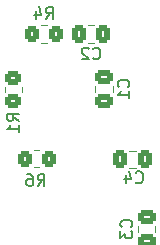
<source format=gbr>
%TF.GenerationSoftware,KiCad,Pcbnew,7.0.6*%
%TF.CreationDate,2023-07-30T21:01:10-06:00*%
%TF.ProjectId,current_sink_swim,63757272-656e-4745-9f73-696e6b5f7377,rev?*%
%TF.SameCoordinates,Original*%
%TF.FileFunction,Legend,Bot*%
%TF.FilePolarity,Positive*%
%FSLAX46Y46*%
G04 Gerber Fmt 4.6, Leading zero omitted, Abs format (unit mm)*
G04 Created by KiCad (PCBNEW 7.0.6) date 2023-07-30 21:01:10*
%MOMM*%
%LPD*%
G01*
G04 APERTURE LIST*
G04 Aperture macros list*
%AMRoundRect*
0 Rectangle with rounded corners*
0 $1 Rounding radius*
0 $2 $3 $4 $5 $6 $7 $8 $9 X,Y pos of 4 corners*
0 Add a 4 corners polygon primitive as box body*
4,1,4,$2,$3,$4,$5,$6,$7,$8,$9,$2,$3,0*
0 Add four circle primitives for the rounded corners*
1,1,$1+$1,$2,$3*
1,1,$1+$1,$4,$5*
1,1,$1+$1,$6,$7*
1,1,$1+$1,$8,$9*
0 Add four rect primitives between the rounded corners*
20,1,$1+$1,$2,$3,$4,$5,0*
20,1,$1+$1,$4,$5,$6,$7,0*
20,1,$1+$1,$6,$7,$8,$9,0*
20,1,$1+$1,$8,$9,$2,$3,0*%
G04 Aperture macros list end*
%ADD10C,0.150000*%
%ADD11C,0.120000*%
%ADD12RoundRect,0.250000X0.475000X-0.337500X0.475000X0.337500X-0.475000X0.337500X-0.475000X-0.337500X0*%
%ADD13O,1.600000X1.600000*%
%ADD14C,1.600000*%
%ADD15R,2.000000X1.905000*%
%ADD16O,2.000000X1.905000*%
%ADD17C,4.600000*%
%ADD18C,1.800000*%
%ADD19RoundRect,0.250000X0.350000X0.450000X-0.350000X0.450000X-0.350000X-0.450000X0.350000X-0.450000X0*%
%ADD20R,1.700000X1.700000*%
%ADD21O,1.700000X1.700000*%
%ADD22RoundRect,0.381000X0.381000X-0.762000X0.381000X0.762000X-0.381000X0.762000X-0.381000X-0.762000X0*%
%ADD23RoundRect,0.250000X0.450000X-0.350000X0.450000X0.350000X-0.450000X0.350000X-0.450000X-0.350000X0*%
%ADD24RoundRect,0.250000X-0.475000X0.337500X-0.475000X-0.337500X0.475000X-0.337500X0.475000X0.337500X0*%
%ADD25RoundRect,0.250000X-0.337500X-0.475000X0.337500X-0.475000X0.337500X0.475000X-0.337500X0.475000X0*%
G04 APERTURE END LIST*
D10*
X126739580Y-45770833D02*
X126787200Y-45723214D01*
X126787200Y-45723214D02*
X126834819Y-45580357D01*
X126834819Y-45580357D02*
X126834819Y-45485119D01*
X126834819Y-45485119D02*
X126787200Y-45342262D01*
X126787200Y-45342262D02*
X126691961Y-45247024D01*
X126691961Y-45247024D02*
X126596723Y-45199405D01*
X126596723Y-45199405D02*
X126406247Y-45151786D01*
X126406247Y-45151786D02*
X126263390Y-45151786D01*
X126263390Y-45151786D02*
X126072914Y-45199405D01*
X126072914Y-45199405D02*
X125977676Y-45247024D01*
X125977676Y-45247024D02*
X125882438Y-45342262D01*
X125882438Y-45342262D02*
X125834819Y-45485119D01*
X125834819Y-45485119D02*
X125834819Y-45580357D01*
X125834819Y-45580357D02*
X125882438Y-45723214D01*
X125882438Y-45723214D02*
X125930057Y-45770833D01*
X126834819Y-46723214D02*
X126834819Y-46151786D01*
X126834819Y-46437500D02*
X125834819Y-46437500D01*
X125834819Y-46437500D02*
X125977676Y-46342262D01*
X125977676Y-46342262D02*
X126072914Y-46247024D01*
X126072914Y-46247024D02*
X126120533Y-46151786D01*
X119766666Y-40002219D02*
X120099999Y-39526028D01*
X120338094Y-40002219D02*
X120338094Y-39002219D01*
X120338094Y-39002219D02*
X119957142Y-39002219D01*
X119957142Y-39002219D02*
X119861904Y-39049838D01*
X119861904Y-39049838D02*
X119814285Y-39097457D01*
X119814285Y-39097457D02*
X119766666Y-39192695D01*
X119766666Y-39192695D02*
X119766666Y-39335552D01*
X119766666Y-39335552D02*
X119814285Y-39430790D01*
X119814285Y-39430790D02*
X119861904Y-39478409D01*
X119861904Y-39478409D02*
X119957142Y-39526028D01*
X119957142Y-39526028D02*
X120338094Y-39526028D01*
X118909523Y-39335552D02*
X118909523Y-40002219D01*
X119147618Y-38954600D02*
X119385713Y-39668885D01*
X119385713Y-39668885D02*
X118766666Y-39668885D01*
X119064066Y-54150419D02*
X119397399Y-53674228D01*
X119635494Y-54150419D02*
X119635494Y-53150419D01*
X119635494Y-53150419D02*
X119254542Y-53150419D01*
X119254542Y-53150419D02*
X119159304Y-53198038D01*
X119159304Y-53198038D02*
X119111685Y-53245657D01*
X119111685Y-53245657D02*
X119064066Y-53340895D01*
X119064066Y-53340895D02*
X119064066Y-53483752D01*
X119064066Y-53483752D02*
X119111685Y-53578990D01*
X119111685Y-53578990D02*
X119159304Y-53626609D01*
X119159304Y-53626609D02*
X119254542Y-53674228D01*
X119254542Y-53674228D02*
X119635494Y-53674228D01*
X118206923Y-53150419D02*
X118397399Y-53150419D01*
X118397399Y-53150419D02*
X118492637Y-53198038D01*
X118492637Y-53198038D02*
X118540256Y-53245657D01*
X118540256Y-53245657D02*
X118635494Y-53388514D01*
X118635494Y-53388514D02*
X118683113Y-53578990D01*
X118683113Y-53578990D02*
X118683113Y-53959942D01*
X118683113Y-53959942D02*
X118635494Y-54055180D01*
X118635494Y-54055180D02*
X118587875Y-54102800D01*
X118587875Y-54102800D02*
X118492637Y-54150419D01*
X118492637Y-54150419D02*
X118302161Y-54150419D01*
X118302161Y-54150419D02*
X118206923Y-54102800D01*
X118206923Y-54102800D02*
X118159304Y-54055180D01*
X118159304Y-54055180D02*
X118111685Y-53959942D01*
X118111685Y-53959942D02*
X118111685Y-53721847D01*
X118111685Y-53721847D02*
X118159304Y-53626609D01*
X118159304Y-53626609D02*
X118206923Y-53578990D01*
X118206923Y-53578990D02*
X118302161Y-53531371D01*
X118302161Y-53531371D02*
X118492637Y-53531371D01*
X118492637Y-53531371D02*
X118587875Y-53578990D01*
X118587875Y-53578990D02*
X118635494Y-53626609D01*
X118635494Y-53626609D02*
X118683113Y-53721847D01*
X117480219Y-48652733D02*
X117004028Y-48319400D01*
X117480219Y-48081305D02*
X116480219Y-48081305D01*
X116480219Y-48081305D02*
X116480219Y-48462257D01*
X116480219Y-48462257D02*
X116527838Y-48557495D01*
X116527838Y-48557495D02*
X116575457Y-48605114D01*
X116575457Y-48605114D02*
X116670695Y-48652733D01*
X116670695Y-48652733D02*
X116813552Y-48652733D01*
X116813552Y-48652733D02*
X116908790Y-48605114D01*
X116908790Y-48605114D02*
X116956409Y-48557495D01*
X116956409Y-48557495D02*
X117004028Y-48462257D01*
X117004028Y-48462257D02*
X117004028Y-48081305D01*
X117480219Y-49605114D02*
X117480219Y-49033686D01*
X117480219Y-49319400D02*
X116480219Y-49319400D01*
X116480219Y-49319400D02*
X116623076Y-49224162D01*
X116623076Y-49224162D02*
X116718314Y-49128924D01*
X116718314Y-49128924D02*
X116765933Y-49033686D01*
X126979580Y-57633333D02*
X127027200Y-57585714D01*
X127027200Y-57585714D02*
X127074819Y-57442857D01*
X127074819Y-57442857D02*
X127074819Y-57347619D01*
X127074819Y-57347619D02*
X127027200Y-57204762D01*
X127027200Y-57204762D02*
X126931961Y-57109524D01*
X126931961Y-57109524D02*
X126836723Y-57061905D01*
X126836723Y-57061905D02*
X126646247Y-57014286D01*
X126646247Y-57014286D02*
X126503390Y-57014286D01*
X126503390Y-57014286D02*
X126312914Y-57061905D01*
X126312914Y-57061905D02*
X126217676Y-57109524D01*
X126217676Y-57109524D02*
X126122438Y-57204762D01*
X126122438Y-57204762D02*
X126074819Y-57347619D01*
X126074819Y-57347619D02*
X126074819Y-57442857D01*
X126074819Y-57442857D02*
X126122438Y-57585714D01*
X126122438Y-57585714D02*
X126170057Y-57633333D01*
X126074819Y-57966667D02*
X126074819Y-58585714D01*
X126074819Y-58585714D02*
X126455771Y-58252381D01*
X126455771Y-58252381D02*
X126455771Y-58395238D01*
X126455771Y-58395238D02*
X126503390Y-58490476D01*
X126503390Y-58490476D02*
X126551009Y-58538095D01*
X126551009Y-58538095D02*
X126646247Y-58585714D01*
X126646247Y-58585714D02*
X126884342Y-58585714D01*
X126884342Y-58585714D02*
X126979580Y-58538095D01*
X126979580Y-58538095D02*
X127027200Y-58490476D01*
X127027200Y-58490476D02*
X127074819Y-58395238D01*
X127074819Y-58395238D02*
X127074819Y-58109524D01*
X127074819Y-58109524D02*
X127027200Y-58014286D01*
X127027200Y-58014286D02*
X126979580Y-57966667D01*
X127389766Y-53834380D02*
X127437385Y-53882000D01*
X127437385Y-53882000D02*
X127580242Y-53929619D01*
X127580242Y-53929619D02*
X127675480Y-53929619D01*
X127675480Y-53929619D02*
X127818337Y-53882000D01*
X127818337Y-53882000D02*
X127913575Y-53786761D01*
X127913575Y-53786761D02*
X127961194Y-53691523D01*
X127961194Y-53691523D02*
X128008813Y-53501047D01*
X128008813Y-53501047D02*
X128008813Y-53358190D01*
X128008813Y-53358190D02*
X127961194Y-53167714D01*
X127961194Y-53167714D02*
X127913575Y-53072476D01*
X127913575Y-53072476D02*
X127818337Y-52977238D01*
X127818337Y-52977238D02*
X127675480Y-52929619D01*
X127675480Y-52929619D02*
X127580242Y-52929619D01*
X127580242Y-52929619D02*
X127437385Y-52977238D01*
X127437385Y-52977238D02*
X127389766Y-53024857D01*
X126532623Y-53262952D02*
X126532623Y-53929619D01*
X126770718Y-52882000D02*
X127008813Y-53596285D01*
X127008813Y-53596285D02*
X126389766Y-53596285D01*
X123766666Y-43339580D02*
X123814285Y-43387200D01*
X123814285Y-43387200D02*
X123957142Y-43434819D01*
X123957142Y-43434819D02*
X124052380Y-43434819D01*
X124052380Y-43434819D02*
X124195237Y-43387200D01*
X124195237Y-43387200D02*
X124290475Y-43291961D01*
X124290475Y-43291961D02*
X124338094Y-43196723D01*
X124338094Y-43196723D02*
X124385713Y-43006247D01*
X124385713Y-43006247D02*
X124385713Y-42863390D01*
X124385713Y-42863390D02*
X124338094Y-42672914D01*
X124338094Y-42672914D02*
X124290475Y-42577676D01*
X124290475Y-42577676D02*
X124195237Y-42482438D01*
X124195237Y-42482438D02*
X124052380Y-42434819D01*
X124052380Y-42434819D02*
X123957142Y-42434819D01*
X123957142Y-42434819D02*
X123814285Y-42482438D01*
X123814285Y-42482438D02*
X123766666Y-42530057D01*
X123385713Y-42530057D02*
X123338094Y-42482438D01*
X123338094Y-42482438D02*
X123242856Y-42434819D01*
X123242856Y-42434819D02*
X123004761Y-42434819D01*
X123004761Y-42434819D02*
X122909523Y-42482438D01*
X122909523Y-42482438D02*
X122861904Y-42530057D01*
X122861904Y-42530057D02*
X122814285Y-42625295D01*
X122814285Y-42625295D02*
X122814285Y-42720533D01*
X122814285Y-42720533D02*
X122861904Y-42863390D01*
X122861904Y-42863390D02*
X123433332Y-43434819D01*
X123433332Y-43434819D02*
X122814285Y-43434819D01*
D11*
%TO.C,C1*%
X125435000Y-46198752D02*
X125435000Y-45676248D01*
X123965000Y-46198752D02*
X123965000Y-45676248D01*
%TO.C,R4*%
X119827064Y-40565000D02*
X119372936Y-40565000D01*
X119827064Y-42035000D02*
X119372936Y-42035000D01*
%TO.C,R6*%
X119226064Y-51106400D02*
X118771936Y-51106400D01*
X119226064Y-52576400D02*
X118771936Y-52576400D01*
%TO.C,R1*%
X117735000Y-46227064D02*
X117735000Y-45772936D01*
X116265000Y-46227064D02*
X116265000Y-45772936D01*
%TO.C,C3*%
X129035000Y-57538748D02*
X129035000Y-58061252D01*
X127565000Y-57538748D02*
X127565000Y-58061252D01*
%TO.C,C4*%
X126838748Y-52635000D02*
X127361252Y-52635000D01*
X126838748Y-51165000D02*
X127361252Y-51165000D01*
%TO.C,C2*%
X123338748Y-40565000D02*
X123861252Y-40565000D01*
X123338748Y-42035000D02*
X123861252Y-42035000D01*
%TD*%
%LPC*%
D12*
%TO.C,C1*%
X124700000Y-46975000D03*
X124700000Y-44900000D03*
%TD*%
D13*
%TO.C,R3*%
X133146800Y-56083200D03*
D14*
X133146800Y-43383200D03*
%TD*%
D15*
%TO.C,Q2*%
X137515600Y-47447200D03*
D16*
X137515600Y-49987200D03*
X137515600Y-52527200D03*
%TD*%
D17*
%TO.C,RV1*%
X113637600Y-51293400D03*
X113637600Y-41293400D03*
D18*
X110337600Y-43793400D03*
X110337600Y-46293400D03*
X110337600Y-48793400D03*
%TD*%
D17*
%TO.C,RV2*%
X117000000Y-35966400D03*
X127000000Y-35966400D03*
D18*
X124500000Y-32666400D03*
X122000000Y-32666400D03*
X119500000Y-32666400D03*
%TD*%
D19*
%TO.C,R4*%
X120600000Y-41300000D03*
X118600000Y-41300000D03*
%TD*%
D20*
%TO.C,J2*%
X111150400Y-56388000D03*
D21*
X111150400Y-58928000D03*
X111150400Y-61468000D03*
%TD*%
D20*
%TO.C,J3*%
X125476000Y-67716400D03*
D21*
X128016000Y-67716400D03*
%TD*%
D20*
%TO.C,J1*%
X116941600Y-67564000D03*
D21*
X119481600Y-67564000D03*
%TD*%
D22*
%TO.C,J4*%
X143103600Y-37465000D03*
X143103600Y-62865000D03*
%TD*%
D19*
%TO.C,R6*%
X119999000Y-51841400D03*
X117999000Y-51841400D03*
%TD*%
D23*
%TO.C,R1*%
X117000000Y-47000000D03*
X117000000Y-45000000D03*
%TD*%
D24*
%TO.C,C3*%
X128300000Y-56762500D03*
X128300000Y-58837500D03*
%TD*%
D25*
%TO.C,C4*%
X128137500Y-51900000D03*
X126062500Y-51900000D03*
%TD*%
%TO.C,C2*%
X122562500Y-41300000D03*
X124637500Y-41300000D03*
%TD*%
%LPD*%
M02*

</source>
